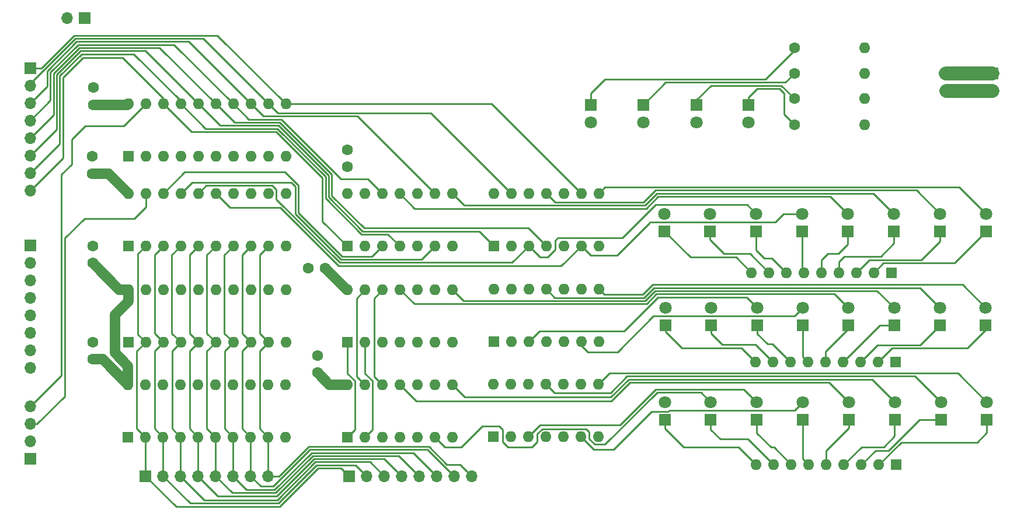
<source format=gbr>
%TF.GenerationSoftware,KiCad,Pcbnew,(5.1.9-0-10_14)*%
%TF.CreationDate,2021-04-28T01:33:21-04:00*%
%TF.ProjectId,ALU,414c552e-6b69-4636-9164-5f7063625858,rev?*%
%TF.SameCoordinates,Original*%
%TF.FileFunction,Copper,L1,Top*%
%TF.FilePolarity,Positive*%
%FSLAX46Y46*%
G04 Gerber Fmt 4.6, Leading zero omitted, Abs format (unit mm)*
G04 Created by KiCad (PCBNEW (5.1.9-0-10_14)) date 2021-04-28 01:33:21*
%MOMM*%
%LPD*%
G01*
G04 APERTURE LIST*
%TA.AperFunction,ComponentPad*%
%ADD10O,1.600000X1.600000*%
%TD*%
%TA.AperFunction,ComponentPad*%
%ADD11C,1.600000*%
%TD*%
%TA.AperFunction,ComponentPad*%
%ADD12C,1.800000*%
%TD*%
%TA.AperFunction,ComponentPad*%
%ADD13R,1.800000X1.800000*%
%TD*%
%TA.AperFunction,ComponentPad*%
%ADD14O,1.700000X1.700000*%
%TD*%
%TA.AperFunction,ComponentPad*%
%ADD15R,1.700000X1.700000*%
%TD*%
%TA.AperFunction,ComponentPad*%
%ADD16R,1.600000X1.600000*%
%TD*%
%TA.AperFunction,Conductor*%
%ADD17C,0.250000*%
%TD*%
%TA.AperFunction,Conductor*%
%ADD18C,2.000000*%
%TD*%
%TA.AperFunction,Conductor*%
%ADD19C,1.500000*%
%TD*%
G04 APERTURE END LIST*
D10*
%TO.P,R4,2*%
%TO.N,GND*%
X191922400Y-46723300D03*
D11*
%TO.P,R4,1*%
%TO.N,Net-(D28-Pad1)*%
X181762400Y-46723300D03*
%TD*%
D10*
%TO.P,R3,2*%
%TO.N,GND*%
X191884300Y-35496500D03*
D11*
%TO.P,R3,1*%
%TO.N,Net-(D27-Pad1)*%
X181724300Y-35496500D03*
%TD*%
D10*
%TO.P,R2,2*%
%TO.N,GND*%
X191884300Y-39230300D03*
D11*
%TO.P,R2,1*%
%TO.N,Net-(D26-Pad1)*%
X181724300Y-39230300D03*
%TD*%
D10*
%TO.P,R1,2*%
%TO.N,GND*%
X191884300Y-42913300D03*
D11*
%TO.P,R1,1*%
%TO.N,Net-(D25-Pad1)*%
X181724300Y-42913300D03*
%TD*%
D12*
%TO.P,D28,2*%
%TO.N,/PASS*%
X175082200Y-46342300D03*
D13*
%TO.P,D28,1*%
%TO.N,Net-(D28-Pad1)*%
X175082200Y-43802300D03*
%TD*%
D12*
%TO.P,D27,2*%
%TO.N,/AND_OUT*%
X152171400Y-46367700D03*
D13*
%TO.P,D27,1*%
%TO.N,Net-(D27-Pad1)*%
X152171400Y-43827700D03*
%TD*%
D12*
%TO.P,D26,2*%
%TO.N,/OR_OUT*%
X159804100Y-46342300D03*
D13*
%TO.P,D26,1*%
%TO.N,Net-(D26-Pad1)*%
X159804100Y-43802300D03*
%TD*%
D12*
%TO.P,D25,2*%
%TO.N,/XOR_OUT*%
X167538400Y-46329600D03*
D13*
%TO.P,D25,1*%
%TO.N,Net-(D25-Pad1)*%
X167538400Y-43789600D03*
%TD*%
D14*
%TO.P,J7,2*%
%TO.N,VCC*%
X76238100Y-31191200D03*
D15*
%TO.P,J7,1*%
%TO.N,GND*%
X78778100Y-31191200D03*
%TD*%
D14*
%TO.P,J6,8*%
%TO.N,/Y1*%
X134924800Y-97739200D03*
%TO.P,J6,7*%
%TO.N,/Y2*%
X132384800Y-97739200D03*
%TO.P,J6,6*%
%TO.N,/Y3*%
X129844800Y-97739200D03*
%TO.P,J6,5*%
%TO.N,/Y4*%
X127304800Y-97739200D03*
%TO.P,J6,4*%
%TO.N,/Y5*%
X124764800Y-97739200D03*
%TO.P,J6,3*%
%TO.N,/Y6*%
X122224800Y-97739200D03*
%TO.P,J6,2*%
%TO.N,/Y7*%
X119684800Y-97739200D03*
D15*
%TO.P,J6,1*%
%TO.N,/Y8*%
X117144800Y-97739200D03*
%TD*%
D10*
%TO.P,RN3,9*%
%TO.N,Net-(D17-Pad1)*%
X176187100Y-96075500D03*
%TO.P,RN3,8*%
%TO.N,Net-(D18-Pad1)*%
X178727100Y-96075500D03*
%TO.P,RN3,7*%
%TO.N,Net-(D19-Pad1)*%
X181267100Y-96075500D03*
%TO.P,RN3,6*%
%TO.N,Net-(D20-Pad1)*%
X183807100Y-96075500D03*
%TO.P,RN3,5*%
%TO.N,Net-(D21-Pad1)*%
X186347100Y-96075500D03*
%TO.P,RN3,4*%
%TO.N,Net-(D22-Pad1)*%
X188887100Y-96075500D03*
%TO.P,RN3,3*%
%TO.N,Net-(D23-Pad1)*%
X191427100Y-96075500D03*
%TO.P,RN3,2*%
%TO.N,Net-(D24-Pad1)*%
X193967100Y-96075500D03*
D16*
%TO.P,RN3,1*%
%TO.N,GND*%
X196507100Y-96075500D03*
%TD*%
D14*
%TO.P,J5,4*%
%TO.N,/PASS*%
X70929500Y-87591900D03*
%TO.P,J5,3*%
%TO.N,/AND_OUT*%
X70929500Y-90131900D03*
%TO.P,J5,2*%
%TO.N,/OR_OUT*%
X70929500Y-92671900D03*
D15*
%TO.P,J5,1*%
%TO.N,/XOR_OUT*%
X70929500Y-95211900D03*
%TD*%
D10*
%TO.P,U7,14*%
%TO.N,VCC*%
X138124000Y-70574100D03*
%TO.P,U7,7*%
%TO.N,GND*%
X153364000Y-78194100D03*
%TO.P,U7,13*%
%TO.N,A2*%
X140664000Y-70574100D03*
%TO.P,U7,6*%
%TO.N,Net-(D12-Pad2)*%
X150824000Y-78194100D03*
%TO.P,U7,12*%
%TO.N,B2*%
X143204000Y-70574100D03*
%TO.P,U7,5*%
%TO.N,B5*%
X148284000Y-78194100D03*
%TO.P,U7,11*%
%TO.N,Net-(D15-Pad2)*%
X145744000Y-70574100D03*
%TO.P,U7,4*%
%TO.N,A5*%
X145744000Y-78194100D03*
%TO.P,U7,10*%
%TO.N,B1*%
X148284000Y-70574100D03*
%TO.P,U7,3*%
%TO.N,Net-(D11-Pad2)*%
X143204000Y-78194100D03*
%TO.P,U7,9*%
%TO.N,A1*%
X150824000Y-70574100D03*
%TO.P,U7,2*%
%TO.N,B6*%
X140664000Y-78194100D03*
%TO.P,U7,8*%
%TO.N,Net-(D16-Pad2)*%
X153364000Y-70574100D03*
D16*
%TO.P,U7,1*%
%TO.N,A6*%
X138124000Y-78194100D03*
%TD*%
D12*
%TO.P,D24,2*%
%TO.N,Net-(D24-Pad2)*%
X209638900Y-86995000D03*
D13*
%TO.P,D24,1*%
%TO.N,Net-(D24-Pad1)*%
X209638900Y-89535000D03*
%TD*%
D12*
%TO.P,D23,2*%
%TO.N,Net-(D23-Pad2)*%
X202971400Y-86995000D03*
D13*
%TO.P,D23,1*%
%TO.N,Net-(D23-Pad1)*%
X202971400Y-89535000D03*
%TD*%
D12*
%TO.P,D22,2*%
%TO.N,Net-(D22-Pad2)*%
X196303900Y-86995000D03*
D13*
%TO.P,D22,1*%
%TO.N,Net-(D22-Pad1)*%
X196303900Y-89535000D03*
%TD*%
D12*
%TO.P,D21,2*%
%TO.N,Net-(D21-Pad2)*%
X189611000Y-86995000D03*
D13*
%TO.P,D21,1*%
%TO.N,Net-(D21-Pad1)*%
X189611000Y-89535000D03*
%TD*%
D12*
%TO.P,D20,2*%
%TO.N,Net-(D20-Pad2)*%
X182930800Y-87007700D03*
D13*
%TO.P,D20,1*%
%TO.N,Net-(D20-Pad1)*%
X182930800Y-89547700D03*
%TD*%
D12*
%TO.P,D19,2*%
%TO.N,Net-(D19-Pad2)*%
X176263300Y-86995000D03*
D13*
%TO.P,D19,1*%
%TO.N,Net-(D19-Pad1)*%
X176263300Y-89535000D03*
%TD*%
D12*
%TO.P,D18,2*%
%TO.N,Net-(D18-Pad2)*%
X169595800Y-86995000D03*
D13*
%TO.P,D18,1*%
%TO.N,Net-(D18-Pad1)*%
X169595800Y-89535000D03*
%TD*%
D12*
%TO.P,D17,2*%
%TO.N,Net-(D17-Pad2)*%
X162941000Y-87007700D03*
D13*
%TO.P,D17,1*%
%TO.N,Net-(D17-Pad1)*%
X162941000Y-89547700D03*
%TD*%
D10*
%TO.P,RN2,9*%
%TO.N,Net-(D9-Pad1)*%
X176072800Y-81191100D03*
%TO.P,RN2,8*%
%TO.N,Net-(D10-Pad1)*%
X178612800Y-81191100D03*
%TO.P,RN2,7*%
%TO.N,Net-(D11-Pad1)*%
X181152800Y-81191100D03*
%TO.P,RN2,6*%
%TO.N,Net-(D12-Pad1)*%
X183692800Y-81191100D03*
%TO.P,RN2,5*%
%TO.N,Net-(D13-Pad1)*%
X186232800Y-81191100D03*
%TO.P,RN2,4*%
%TO.N,Net-(D14-Pad1)*%
X188772800Y-81191100D03*
%TO.P,RN2,3*%
%TO.N,Net-(D15-Pad1)*%
X191312800Y-81191100D03*
%TO.P,RN2,2*%
%TO.N,Net-(D16-Pad1)*%
X193852800Y-81191100D03*
D16*
%TO.P,RN2,1*%
%TO.N,GND*%
X196392800Y-81191100D03*
%TD*%
D12*
%TO.P,D16,2*%
%TO.N,Net-(D16-Pad2)*%
X209461100Y-73304400D03*
D13*
%TO.P,D16,1*%
%TO.N,Net-(D16-Pad1)*%
X209461100Y-75844400D03*
%TD*%
D12*
%TO.P,D15,2*%
%TO.N,Net-(D15-Pad2)*%
X202831700Y-73304400D03*
D13*
%TO.P,D15,1*%
%TO.N,Net-(D15-Pad1)*%
X202831700Y-75844400D03*
%TD*%
D12*
%TO.P,D14,2*%
%TO.N,Net-(D14-Pad2)*%
X196189600Y-73304400D03*
D13*
%TO.P,D14,1*%
%TO.N,Net-(D14-Pad1)*%
X196189600Y-75844400D03*
%TD*%
D12*
%TO.P,D13,2*%
%TO.N,Net-(D13-Pad2)*%
X189560200Y-73304400D03*
D13*
%TO.P,D13,1*%
%TO.N,Net-(D13-Pad1)*%
X189560200Y-75844400D03*
%TD*%
D12*
%TO.P,D12,2*%
%TO.N,Net-(D12-Pad2)*%
X182930800Y-73291700D03*
D13*
%TO.P,D12,1*%
%TO.N,Net-(D12-Pad1)*%
X182930800Y-75831700D03*
%TD*%
D12*
%TO.P,D11,2*%
%TO.N,Net-(D11-Pad2)*%
X176301400Y-73279000D03*
D13*
%TO.P,D11,1*%
%TO.N,Net-(D11-Pad1)*%
X176301400Y-75819000D03*
%TD*%
D12*
%TO.P,D10,2*%
%TO.N,Net-(D10-Pad2)*%
X169659300Y-73279000D03*
D13*
%TO.P,D10,1*%
%TO.N,Net-(D10-Pad1)*%
X169659300Y-75819000D03*
%TD*%
D12*
%TO.P,D9,2*%
%TO.N,Net-(U4-Pad3)*%
X163029900Y-73266300D03*
D13*
%TO.P,D9,1*%
%TO.N,Net-(D9-Pad1)*%
X163029900Y-75806300D03*
%TD*%
D10*
%TO.P,RN1,9*%
%TO.N,Net-(D1-Pad1)*%
X175475900Y-68186300D03*
%TO.P,RN1,8*%
%TO.N,Net-(D2-Pad1)*%
X178015900Y-68186300D03*
%TO.P,RN1,7*%
%TO.N,Net-(D3-Pad1)*%
X180555900Y-68186300D03*
%TO.P,RN1,6*%
%TO.N,Net-(D4-Pad1)*%
X183095900Y-68186300D03*
%TO.P,RN1,5*%
%TO.N,Net-(D5-Pad1)*%
X185635900Y-68186300D03*
%TO.P,RN1,4*%
%TO.N,Net-(D6-Pad1)*%
X188175900Y-68186300D03*
%TO.P,RN1,3*%
%TO.N,Net-(D7-Pad1)*%
X190715900Y-68186300D03*
%TO.P,RN1,2*%
%TO.N,Net-(D8-Pad1)*%
X193255900Y-68186300D03*
D16*
%TO.P,RN1,1*%
%TO.N,GND*%
X195795900Y-68186300D03*
%TD*%
D12*
%TO.P,D8,2*%
%TO.N,Net-(D8-Pad2)*%
X209524600Y-59639200D03*
D13*
%TO.P,D8,1*%
%TO.N,Net-(D8-Pad1)*%
X209524600Y-62179200D03*
%TD*%
D12*
%TO.P,D7,2*%
%TO.N,Net-(D7-Pad2)*%
X202844400Y-59639200D03*
D13*
%TO.P,D7,1*%
%TO.N,Net-(D7-Pad1)*%
X202844400Y-62179200D03*
%TD*%
D12*
%TO.P,D6,2*%
%TO.N,Net-(D6-Pad2)*%
X196164200Y-59639200D03*
D13*
%TO.P,D6,1*%
%TO.N,Net-(D6-Pad1)*%
X196164200Y-62179200D03*
%TD*%
D12*
%TO.P,D5,2*%
%TO.N,Net-(D5-Pad2)*%
X189471300Y-59639200D03*
D13*
%TO.P,D5,1*%
%TO.N,Net-(D5-Pad1)*%
X189471300Y-62179200D03*
%TD*%
D12*
%TO.P,D4,2*%
%TO.N,Net-(D4-Pad2)*%
X182816500Y-59639200D03*
D13*
%TO.P,D4,1*%
%TO.N,Net-(D4-Pad1)*%
X182816500Y-62179200D03*
%TD*%
D12*
%TO.P,D3,2*%
%TO.N,Net-(D3-Pad2)*%
X176149000Y-59639200D03*
D13*
%TO.P,D3,1*%
%TO.N,Net-(D3-Pad1)*%
X176149000Y-62179200D03*
%TD*%
D12*
%TO.P,D2,2*%
%TO.N,Net-(D2-Pad2)*%
X169494200Y-59639200D03*
D13*
%TO.P,D2,1*%
%TO.N,Net-(D2-Pad1)*%
X169494200Y-62179200D03*
%TD*%
D12*
%TO.P,D1,2*%
%TO.N,Net-(D1-Pad2)*%
X162852100Y-59626500D03*
D13*
%TO.P,D1,1*%
%TO.N,Net-(D1-Pad1)*%
X162852100Y-62166500D03*
%TD*%
D14*
%TO.P,J4,8*%
%TO.N,/Y1*%
X105397300Y-97751900D03*
%TO.P,J4,7*%
%TO.N,/Y2*%
X102857300Y-97751900D03*
%TO.P,J4,6*%
%TO.N,/Y3*%
X100317300Y-97751900D03*
%TO.P,J4,5*%
%TO.N,/Y4*%
X97777300Y-97751900D03*
%TO.P,J4,4*%
%TO.N,/Y5*%
X95237300Y-97751900D03*
%TO.P,J4,3*%
%TO.N,/Y6*%
X92697300Y-97751900D03*
%TO.P,J4,2*%
%TO.N,/Y7*%
X90157300Y-97751900D03*
D15*
%TO.P,J4,1*%
%TO.N,/Y8*%
X87617300Y-97751900D03*
%TD*%
D11*
%TO.P,C8,2*%
%TO.N,GND*%
X112560100Y-80227800D03*
%TO.P,C8,1*%
%TO.N,VCC*%
X112560100Y-82727800D03*
%TD*%
%TO.P,C7,2*%
%TO.N,GND*%
X80022700Y-41289600D03*
%TO.P,C7,1*%
%TO.N,VCC*%
X80022700Y-43789600D03*
%TD*%
%TO.P,C6,2*%
%TO.N,GND*%
X111215800Y-67551300D03*
%TO.P,C6,1*%
%TO.N,VCC*%
X113715800Y-67551300D03*
%TD*%
%TO.P,C5,2*%
%TO.N,GND*%
X116865400Y-50332000D03*
%TO.P,C5,1*%
%TO.N,VCC*%
X116865400Y-52832000D03*
%TD*%
%TO.P,C4,2*%
%TO.N,GND*%
X79883000Y-51284500D03*
%TO.P,C4,1*%
%TO.N,VCC*%
X79883000Y-53784500D03*
%TD*%
D10*
%TO.P,U10,20*%
%TO.N,VCC*%
X85128100Y-43675300D03*
%TO.P,U10,10*%
%TO.N,GND*%
X107988100Y-51295300D03*
%TO.P,U10,19*%
%TO.N,/PASS*%
X87668100Y-43675300D03*
%TO.P,U10,9*%
%TO.N,/Y1*%
X105448100Y-51295300D03*
%TO.P,U10,18*%
%TO.N,A8*%
X90208100Y-43675300D03*
%TO.P,U10,8*%
%TO.N,/Y2*%
X102908100Y-51295300D03*
%TO.P,U10,17*%
%TO.N,A7*%
X92748100Y-43675300D03*
%TO.P,U10,7*%
%TO.N,/Y3*%
X100368100Y-51295300D03*
%TO.P,U10,16*%
%TO.N,A6*%
X95288100Y-43675300D03*
%TO.P,U10,6*%
%TO.N,/Y4*%
X97828100Y-51295300D03*
%TO.P,U10,15*%
%TO.N,A5*%
X97828100Y-43675300D03*
%TO.P,U10,5*%
%TO.N,/Y5*%
X95288100Y-51295300D03*
%TO.P,U10,14*%
%TO.N,A4*%
X100368100Y-43675300D03*
%TO.P,U10,4*%
%TO.N,/Y6*%
X92748100Y-51295300D03*
%TO.P,U10,13*%
%TO.N,A3*%
X102908100Y-43675300D03*
%TO.P,U10,3*%
%TO.N,/Y7*%
X90208100Y-51295300D03*
%TO.P,U10,12*%
%TO.N,A2*%
X105448100Y-43675300D03*
%TO.P,U10,2*%
%TO.N,/Y8*%
X87668100Y-51295300D03*
%TO.P,U10,11*%
%TO.N,A1*%
X107988100Y-43675300D03*
D16*
%TO.P,U10,1*%
%TO.N,GND*%
X85128100Y-51295300D03*
%TD*%
D10*
%TO.P,U9,14*%
%TO.N,VCC*%
X138085900Y-84374800D03*
%TO.P,U9,7*%
%TO.N,GND*%
X153325900Y-91994800D03*
%TO.P,U9,13*%
%TO.N,A2*%
X140625900Y-84374800D03*
%TO.P,U9,6*%
%TO.N,Net-(D20-Pad2)*%
X150785900Y-91994800D03*
%TO.P,U9,12*%
%TO.N,B2*%
X143165900Y-84374800D03*
%TO.P,U9,5*%
%TO.N,B5*%
X148245900Y-91994800D03*
%TO.P,U9,11*%
%TO.N,Net-(D23-Pad2)*%
X145705900Y-84374800D03*
%TO.P,U9,4*%
%TO.N,A5*%
X145705900Y-91994800D03*
%TO.P,U9,10*%
%TO.N,B1*%
X148245900Y-84374800D03*
%TO.P,U9,3*%
%TO.N,Net-(D19-Pad2)*%
X143165900Y-91994800D03*
%TO.P,U9,9*%
%TO.N,A1*%
X150785900Y-84374800D03*
%TO.P,U9,2*%
%TO.N,B6*%
X140625900Y-91994800D03*
%TO.P,U9,8*%
%TO.N,Net-(D24-Pad2)*%
X153325900Y-84374800D03*
D16*
%TO.P,U9,1*%
%TO.N,A6*%
X138085900Y-91994800D03*
%TD*%
D10*
%TO.P,U8,20*%
%TO.N,VCC*%
X85090000Y-84442300D03*
%TO.P,U8,10*%
%TO.N,GND*%
X107950000Y-92062300D03*
%TO.P,U8,19*%
%TO.N,/XOR_OUT*%
X87630000Y-84442300D03*
%TO.P,U8,9*%
%TO.N,/Y1*%
X105410000Y-92062300D03*
%TO.P,U8,18*%
%TO.N,Net-(D17-Pad2)*%
X90170000Y-84442300D03*
%TO.P,U8,8*%
%TO.N,/Y2*%
X102870000Y-92062300D03*
%TO.P,U8,17*%
%TO.N,Net-(D18-Pad2)*%
X92710000Y-84442300D03*
%TO.P,U8,7*%
%TO.N,/Y3*%
X100330000Y-92062300D03*
%TO.P,U8,16*%
%TO.N,Net-(D19-Pad2)*%
X95250000Y-84442300D03*
%TO.P,U8,6*%
%TO.N,/Y4*%
X97790000Y-92062300D03*
%TO.P,U8,15*%
%TO.N,Net-(D20-Pad2)*%
X97790000Y-84442300D03*
%TO.P,U8,5*%
%TO.N,/Y5*%
X95250000Y-92062300D03*
%TO.P,U8,14*%
%TO.N,Net-(D21-Pad2)*%
X100330000Y-84442300D03*
%TO.P,U8,4*%
%TO.N,/Y6*%
X92710000Y-92062300D03*
%TO.P,U8,13*%
%TO.N,Net-(D22-Pad2)*%
X102870000Y-84442300D03*
%TO.P,U8,3*%
%TO.N,/Y7*%
X90170000Y-92062300D03*
%TO.P,U8,12*%
%TO.N,Net-(D23-Pad2)*%
X105410000Y-84442300D03*
%TO.P,U8,2*%
%TO.N,/Y8*%
X87630000Y-92062300D03*
%TO.P,U8,11*%
%TO.N,Net-(D24-Pad2)*%
X107950000Y-84442300D03*
D16*
%TO.P,U8,1*%
%TO.N,GND*%
X85090000Y-92062300D03*
%TD*%
D10*
%TO.P,U6,20*%
%TO.N,VCC*%
X85102700Y-70662800D03*
%TO.P,U6,10*%
%TO.N,GND*%
X107962700Y-78282800D03*
%TO.P,U6,19*%
%TO.N,/OR_OUT*%
X87642700Y-70662800D03*
%TO.P,U6,9*%
%TO.N,/Y1*%
X105422700Y-78282800D03*
%TO.P,U6,18*%
%TO.N,Net-(U4-Pad3)*%
X90182700Y-70662800D03*
%TO.P,U6,8*%
%TO.N,/Y2*%
X102882700Y-78282800D03*
%TO.P,U6,17*%
%TO.N,Net-(D10-Pad2)*%
X92722700Y-70662800D03*
%TO.P,U6,7*%
%TO.N,/Y3*%
X100342700Y-78282800D03*
%TO.P,U6,16*%
%TO.N,Net-(D11-Pad2)*%
X95262700Y-70662800D03*
%TO.P,U6,6*%
%TO.N,/Y4*%
X97802700Y-78282800D03*
%TO.P,U6,15*%
%TO.N,Net-(D12-Pad2)*%
X97802700Y-70662800D03*
%TO.P,U6,5*%
%TO.N,/Y5*%
X95262700Y-78282800D03*
%TO.P,U6,14*%
%TO.N,Net-(D13-Pad2)*%
X100342700Y-70662800D03*
%TO.P,U6,4*%
%TO.N,/Y6*%
X92722700Y-78282800D03*
%TO.P,U6,13*%
%TO.N,Net-(D14-Pad2)*%
X102882700Y-70662800D03*
%TO.P,U6,3*%
%TO.N,/Y7*%
X90182700Y-78282800D03*
%TO.P,U6,12*%
%TO.N,Net-(D15-Pad2)*%
X105422700Y-70662800D03*
%TO.P,U6,2*%
%TO.N,/Y8*%
X87642700Y-78282800D03*
%TO.P,U6,11*%
%TO.N,Net-(D16-Pad2)*%
X107962700Y-70662800D03*
D16*
%TO.P,U6,1*%
%TO.N,GND*%
X85102700Y-78282800D03*
%TD*%
D10*
%TO.P,U5,14*%
%TO.N,VCC*%
X116895200Y-84451000D03*
%TO.P,U5,7*%
%TO.N,GND*%
X132135200Y-92071000D03*
%TO.P,U5,13*%
%TO.N,B4*%
X119435200Y-84451000D03*
%TO.P,U5,6*%
%TO.N,Net-(D18-Pad2)*%
X129595200Y-92071000D03*
%TO.P,U5,12*%
%TO.N,A4*%
X121975200Y-84451000D03*
%TO.P,U5,5*%
%TO.N,B7*%
X127055200Y-92071000D03*
%TO.P,U5,11*%
%TO.N,Net-(D21-Pad2)*%
X124515200Y-84451000D03*
%TO.P,U5,4*%
%TO.N,A7*%
X124515200Y-92071000D03*
%TO.P,U5,10*%
%TO.N,B3*%
X127055200Y-84451000D03*
%TO.P,U5,3*%
%TO.N,Net-(D17-Pad2)*%
X121975200Y-92071000D03*
%TO.P,U5,9*%
%TO.N,A3*%
X129595200Y-84451000D03*
%TO.P,U5,2*%
%TO.N,B8*%
X119435200Y-92071000D03*
%TO.P,U5,8*%
%TO.N,Net-(D22-Pad2)*%
X132135200Y-84451000D03*
D16*
%TO.P,U5,1*%
%TO.N,A8*%
X116895200Y-92071000D03*
%TD*%
D10*
%TO.P,U4,14*%
%TO.N,VCC*%
X116933300Y-70650300D03*
%TO.P,U4,7*%
%TO.N,GND*%
X132173300Y-78270300D03*
%TO.P,U4,13*%
%TO.N,B4*%
X119473300Y-70650300D03*
%TO.P,U4,6*%
%TO.N,Net-(D10-Pad2)*%
X129633300Y-78270300D03*
%TO.P,U4,12*%
%TO.N,A4*%
X122013300Y-70650300D03*
%TO.P,U4,5*%
%TO.N,B7*%
X127093300Y-78270300D03*
%TO.P,U4,11*%
%TO.N,Net-(D13-Pad2)*%
X124553300Y-70650300D03*
%TO.P,U4,4*%
%TO.N,A7*%
X124553300Y-78270300D03*
%TO.P,U4,10*%
%TO.N,B3*%
X127093300Y-70650300D03*
%TO.P,U4,3*%
%TO.N,Net-(U4-Pad3)*%
X122013300Y-78270300D03*
%TO.P,U4,9*%
%TO.N,A3*%
X129633300Y-70650300D03*
%TO.P,U4,2*%
%TO.N,B8*%
X119473300Y-78270300D03*
%TO.P,U4,8*%
%TO.N,Net-(D14-Pad2)*%
X132173300Y-70650300D03*
D16*
%TO.P,U4,1*%
%TO.N,A8*%
X116933300Y-78270300D03*
%TD*%
D11*
%TO.P,C3,2*%
%TO.N,GND*%
X79946500Y-78272000D03*
%TO.P,C3,1*%
%TO.N,VCC*%
X79946500Y-80772000D03*
%TD*%
%TO.P,C2,2*%
%TO.N,GND*%
X79946500Y-64289300D03*
%TO.P,C2,1*%
%TO.N,VCC*%
X79946500Y-66789300D03*
%TD*%
D10*
%TO.P,U3,14*%
%TO.N,VCC*%
X138112500Y-56654700D03*
%TO.P,U3,7*%
%TO.N,GND*%
X153352500Y-64274700D03*
%TO.P,U3,13*%
%TO.N,A2*%
X140652500Y-56654700D03*
%TO.P,U3,6*%
%TO.N,Net-(D4-Pad2)*%
X150812500Y-64274700D03*
%TO.P,U3,12*%
%TO.N,B2*%
X143192500Y-56654700D03*
%TO.P,U3,5*%
%TO.N,B5*%
X148272500Y-64274700D03*
%TO.P,U3,11*%
%TO.N,Net-(D7-Pad2)*%
X145732500Y-56654700D03*
%TO.P,U3,4*%
%TO.N,A5*%
X145732500Y-64274700D03*
%TO.P,U3,10*%
%TO.N,B1*%
X148272500Y-56654700D03*
%TO.P,U3,3*%
%TO.N,Net-(D3-Pad2)*%
X143192500Y-64274700D03*
%TO.P,U3,9*%
%TO.N,A1*%
X150812500Y-56654700D03*
%TO.P,U3,2*%
%TO.N,B6*%
X140652500Y-64274700D03*
%TO.P,U3,8*%
%TO.N,Net-(D8-Pad2)*%
X153352500Y-56654700D03*
D16*
%TO.P,U3,1*%
%TO.N,A6*%
X138112500Y-64274700D03*
%TD*%
D10*
%TO.P,U2,20*%
%TO.N,VCC*%
X85140800Y-56667400D03*
%TO.P,U2,10*%
%TO.N,GND*%
X108000800Y-64287400D03*
%TO.P,U2,19*%
%TO.N,/AND_OUT*%
X87680800Y-56667400D03*
%TO.P,U2,9*%
%TO.N,/Y1*%
X105460800Y-64287400D03*
%TO.P,U2,18*%
%TO.N,Net-(D1-Pad2)*%
X90220800Y-56667400D03*
%TO.P,U2,8*%
%TO.N,/Y2*%
X102920800Y-64287400D03*
%TO.P,U2,17*%
%TO.N,Net-(D2-Pad2)*%
X92760800Y-56667400D03*
%TO.P,U2,7*%
%TO.N,/Y3*%
X100380800Y-64287400D03*
%TO.P,U2,16*%
%TO.N,Net-(D3-Pad2)*%
X95300800Y-56667400D03*
%TO.P,U2,6*%
%TO.N,/Y4*%
X97840800Y-64287400D03*
%TO.P,U2,15*%
%TO.N,Net-(D4-Pad2)*%
X97840800Y-56667400D03*
%TO.P,U2,5*%
%TO.N,/Y5*%
X95300800Y-64287400D03*
%TO.P,U2,14*%
%TO.N,Net-(D5-Pad2)*%
X100380800Y-56667400D03*
%TO.P,U2,4*%
%TO.N,/Y6*%
X92760800Y-64287400D03*
%TO.P,U2,13*%
%TO.N,Net-(D6-Pad2)*%
X102920800Y-56667400D03*
%TO.P,U2,3*%
%TO.N,/Y7*%
X90220800Y-64287400D03*
%TO.P,U2,12*%
%TO.N,Net-(D7-Pad2)*%
X105460800Y-56667400D03*
%TO.P,U2,2*%
%TO.N,/Y8*%
X87680800Y-64287400D03*
%TO.P,U2,11*%
%TO.N,Net-(D8-Pad2)*%
X108000800Y-56667400D03*
D16*
%TO.P,U2,1*%
%TO.N,GND*%
X85140800Y-64287400D03*
%TD*%
D10*
%TO.P,U1,14*%
%TO.N,VCC*%
X116865400Y-56718200D03*
%TO.P,U1,7*%
%TO.N,GND*%
X132105400Y-64338200D03*
%TO.P,U1,13*%
%TO.N,B4*%
X119405400Y-56718200D03*
%TO.P,U1,6*%
%TO.N,Net-(D2-Pad2)*%
X129565400Y-64338200D03*
%TO.P,U1,12*%
%TO.N,A4*%
X121945400Y-56718200D03*
%TO.P,U1,5*%
%TO.N,B7*%
X127025400Y-64338200D03*
%TO.P,U1,11*%
%TO.N,Net-(D5-Pad2)*%
X124485400Y-56718200D03*
%TO.P,U1,4*%
%TO.N,A7*%
X124485400Y-64338200D03*
%TO.P,U1,10*%
%TO.N,B3*%
X127025400Y-56718200D03*
%TO.P,U1,3*%
%TO.N,Net-(D1-Pad2)*%
X121945400Y-64338200D03*
%TO.P,U1,9*%
%TO.N,A3*%
X129565400Y-56718200D03*
%TO.P,U1,2*%
%TO.N,B8*%
X119405400Y-64338200D03*
%TO.P,U1,8*%
%TO.N,Net-(D6-Pad2)*%
X132105400Y-56718200D03*
D16*
%TO.P,U1,1*%
%TO.N,A8*%
X116865400Y-64338200D03*
%TD*%
D14*
%TO.P,J3,8*%
%TO.N,B8*%
X70916800Y-82003900D03*
%TO.P,J3,7*%
%TO.N,B7*%
X70916800Y-79463900D03*
%TO.P,J3,6*%
%TO.N,B6*%
X70916800Y-76923900D03*
%TO.P,J3,5*%
%TO.N,B5*%
X70916800Y-74383900D03*
%TO.P,J3,4*%
%TO.N,B4*%
X70916800Y-71843900D03*
%TO.P,J3,3*%
%TO.N,B3*%
X70916800Y-69303900D03*
%TO.P,J3,2*%
%TO.N,B2*%
X70916800Y-66763900D03*
D15*
%TO.P,J3,1*%
%TO.N,B1*%
X70916800Y-64223900D03*
%TD*%
D14*
%TO.P,J2,8*%
%TO.N,A8*%
X70904100Y-56273700D03*
%TO.P,J2,7*%
%TO.N,A7*%
X70904100Y-53733700D03*
%TO.P,J2,6*%
%TO.N,A6*%
X70904100Y-51193700D03*
%TO.P,J2,5*%
%TO.N,A5*%
X70904100Y-48653700D03*
%TO.P,J2,4*%
%TO.N,A4*%
X70904100Y-46113700D03*
%TO.P,J2,3*%
%TO.N,A3*%
X70904100Y-43573700D03*
%TO.P,J2,2*%
%TO.N,A2*%
X70904100Y-41033700D03*
D15*
%TO.P,J2,1*%
%TO.N,A1*%
X70904100Y-38493700D03*
%TD*%
D14*
%TO.P,J1,2*%
%TO.N,VCC*%
X210464400Y-41795700D03*
D15*
%TO.P,J1,1*%
%TO.N,GND*%
X210464400Y-39255700D03*
%TD*%
D11*
%TO.P,C1,2*%
%TO.N,GND*%
X203695300Y-39257600D03*
%TO.P,C1,1*%
%TO.N,VCC*%
X203695300Y-41757600D03*
%TD*%
D17*
%TO.N,GND*%
X210462500Y-39257600D02*
X210464400Y-39255700D01*
D18*
X203695300Y-39257600D02*
X210462500Y-39257600D01*
D17*
%TO.N,VCC*%
X203733400Y-41795700D02*
X203695300Y-41757600D01*
D18*
X210464400Y-41795700D02*
X203733400Y-41795700D01*
D17*
X85013800Y-43789600D02*
X85128100Y-43675300D01*
D19*
X80022700Y-43789600D02*
X85013800Y-43789600D01*
X82257900Y-53784500D02*
X85140800Y-56667400D01*
X79883000Y-53784500D02*
X82257900Y-53784500D01*
X83820000Y-70662800D02*
X79946500Y-66789300D01*
X85102700Y-70662800D02*
X83820000Y-70662800D01*
X81419700Y-80772000D02*
X85090000Y-84442300D01*
X79946500Y-80772000D02*
X81419700Y-80772000D01*
D17*
X116814800Y-70650300D02*
X116933300Y-70650300D01*
D19*
X113715800Y-67551300D02*
X116814800Y-70650300D01*
X114283300Y-84451000D02*
X112560100Y-82727800D01*
X116895200Y-84451000D02*
X114283300Y-84451000D01*
X85102700Y-70662800D02*
X85102700Y-72351900D01*
X85102700Y-72351900D02*
X83159600Y-74295000D01*
X83159600Y-74295000D02*
X83159600Y-79806800D01*
X85090000Y-81737200D02*
X85090000Y-84442300D01*
X83159600Y-79806800D02*
X85090000Y-81737200D01*
D17*
%TO.N,A8*%
X75628500Y-51549300D02*
X75628500Y-39865300D01*
X84264500Y-36944300D02*
X90208100Y-42887900D01*
X78549500Y-36944300D02*
X84264500Y-36944300D01*
X90208100Y-42887900D02*
X90208100Y-43675300D01*
X75628500Y-39865300D02*
X78549500Y-36944300D01*
X70904100Y-56273700D02*
X75628500Y-51549300D01*
X106547360Y-47713900D02*
X113258600Y-54425140D01*
X94246700Y-47713900D02*
X106547360Y-47713900D01*
X90208100Y-43675300D02*
X94246700Y-47713900D01*
X113258600Y-60731400D02*
X116865400Y-64338200D01*
X113258600Y-54425140D02*
X113258600Y-60731400D01*
X118020201Y-90945999D02*
X118020201Y-83910999D01*
X118020201Y-83910999D02*
X116933300Y-82824098D01*
X116895200Y-92071000D02*
X118020201Y-90945999D01*
X116933300Y-82824098D02*
X116933300Y-78270300D01*
%TO.N,A7*%
X78388023Y-36418566D02*
X85923166Y-36418566D01*
X92748100Y-43243500D02*
X92748100Y-43675300D01*
X75178489Y-39628100D02*
X78388023Y-36418566D01*
X85923166Y-36418566D02*
X92748100Y-43243500D01*
X75178489Y-49459311D02*
X75178489Y-39628100D01*
X70904100Y-53733700D02*
X75178489Y-49459311D01*
X106733759Y-47263889D02*
X113742878Y-54273008D01*
X113742878Y-57408500D02*
X118943700Y-62609322D01*
X92748100Y-43675300D02*
X96336689Y-47263889D01*
X96336689Y-47263889D02*
X106733759Y-47263889D01*
X118943700Y-62609322D02*
X122756522Y-62609322D01*
X113742878Y-54273008D02*
X113742878Y-57408500D01*
X122756522Y-62609322D02*
X124485400Y-64338200D01*
%TO.N,A6*%
X70904100Y-51193700D02*
X74728478Y-47369322D01*
X87581355Y-35968555D02*
X95288100Y-43675300D01*
X74728478Y-47369322D02*
X74728478Y-39438873D01*
X74728478Y-39438873D02*
X78198796Y-35968555D01*
X78198796Y-35968555D02*
X87581355Y-35968555D01*
X135997111Y-62159311D02*
X138112500Y-64274700D01*
X98426678Y-46813878D02*
X106920158Y-46813878D01*
X119130100Y-62159311D02*
X135997111Y-62159311D01*
X95288100Y-43675300D02*
X98426678Y-46813878D01*
X106920158Y-46813878D02*
X114192889Y-54086609D01*
X114192889Y-54086609D02*
X114192889Y-57222100D01*
X114192889Y-57222100D02*
X119130100Y-62159311D01*
%TO.N,A5*%
X89671344Y-35518544D02*
X97828100Y-43675300D01*
X74278467Y-39252473D02*
X78012396Y-35518544D01*
X74278467Y-45279333D02*
X74278467Y-39252473D01*
X70904100Y-48653700D02*
X74278467Y-45279333D01*
X78012396Y-35518544D02*
X89671344Y-35518544D01*
X114642900Y-53900210D02*
X114642900Y-57035700D01*
X100516667Y-46363867D02*
X107106557Y-46363867D01*
X114642900Y-57035700D02*
X119316500Y-61709300D01*
X107106557Y-46363867D02*
X114642900Y-53900210D01*
X119316500Y-61709300D02*
X143167100Y-61709300D01*
X143167100Y-61709300D02*
X145732500Y-64274700D01*
X97828100Y-43675300D02*
X100516667Y-46363867D01*
%TO.N,A4*%
X73828456Y-43189344D02*
X73828456Y-39066073D01*
X70904100Y-46113700D02*
X73828456Y-43189344D01*
X77825996Y-35068533D02*
X91761333Y-35068533D01*
X73828456Y-39066073D02*
X77825996Y-35068533D01*
X91761333Y-35068533D02*
X100368100Y-43675300D01*
X119830850Y-54603650D02*
X121945400Y-56718200D01*
X107292956Y-45913856D02*
X115982750Y-54603650D01*
X100368100Y-43675300D02*
X102606656Y-45913856D01*
X115982750Y-54603650D02*
X119830850Y-54603650D01*
X102606656Y-45913856D02*
X107292956Y-45913856D01*
X120764300Y-83240100D02*
X121975200Y-84451000D01*
X120764300Y-71899300D02*
X120764300Y-83240100D01*
X122013300Y-70650300D02*
X120764300Y-71899300D01*
%TO.N,A3*%
X102908100Y-43675300D02*
X104696645Y-45463845D01*
X104696645Y-45463845D02*
X118311045Y-45463845D01*
X118311045Y-45463845D02*
X129565400Y-56718200D01*
X93851322Y-34618522D02*
X102908100Y-43675300D01*
X73378445Y-41099355D02*
X73378445Y-38879673D01*
X73378445Y-38879673D02*
X77639596Y-34618522D01*
X70904100Y-43573700D02*
X73378445Y-41099355D01*
X77639596Y-34618522D02*
X93851322Y-34618522D01*
%TO.N,A2*%
X106786634Y-45013834D02*
X129011634Y-45013834D01*
X105448100Y-43675300D02*
X106786634Y-45013834D01*
X129011634Y-45013834D02*
X140652500Y-56654700D01*
X77453199Y-34168511D02*
X95941311Y-34168511D01*
X70904100Y-41033700D02*
X70904100Y-40717610D01*
X70904100Y-40717610D02*
X77453199Y-34168511D01*
X95941311Y-34168511D02*
X105448100Y-43675300D01*
%TO.N,A1*%
X137833100Y-43675300D02*
X150812500Y-56654700D01*
X107988100Y-43675300D02*
X137833100Y-43675300D01*
X70904100Y-38493700D02*
X72491600Y-38493700D01*
X98031300Y-33718500D02*
X107988100Y-43675300D01*
X77266800Y-33718500D02*
X98031300Y-33718500D01*
X72491600Y-38493700D02*
X77266800Y-33718500D01*
%TO.N,B8*%
X120560201Y-90945999D02*
X119435200Y-92071000D01*
X120560201Y-83910999D02*
X120560201Y-90945999D01*
X119473300Y-82824098D02*
X120560201Y-83910999D01*
X119473300Y-78270300D02*
X119473300Y-82824098D01*
%TO.N,B4*%
X118224300Y-83240100D02*
X119435200Y-84451000D01*
X118224300Y-71899300D02*
X118224300Y-83240100D01*
X119473300Y-70650300D02*
X118224300Y-71899300D01*
%TO.N,/AND_OUT*%
X71882000Y-90131900D02*
X70929500Y-90131900D01*
X75895200Y-63169800D02*
X75895200Y-86118700D01*
X86017100Y-60299600D02*
X78765400Y-60299600D01*
X87680800Y-58635900D02*
X86017100Y-60299600D01*
X78765400Y-60299600D02*
X75895200Y-63169800D01*
X75895200Y-86118700D02*
X71882000Y-90131900D01*
X87680800Y-56667400D02*
X87680800Y-58635900D01*
%TO.N,Net-(D2-Pad2)*%
X115976065Y-66270278D02*
X127633322Y-66270278D01*
X109341489Y-55706676D02*
X109341489Y-59635702D01*
X94335812Y-55092388D02*
X108727201Y-55092388D01*
X108727201Y-55092388D02*
X109341489Y-55706676D01*
X109341489Y-59635702D02*
X115976065Y-66270278D01*
X127633322Y-66270278D02*
X129565400Y-64338200D01*
X92760800Y-56667400D02*
X94335812Y-55092388D01*
%TO.N,Net-(D1-Pad2)*%
X116162465Y-65820267D02*
X120463333Y-65820267D01*
X120463333Y-65820267D02*
X121945400Y-64338200D01*
X107865224Y-53594000D02*
X109791500Y-55520276D01*
X109791500Y-59449302D02*
X116162465Y-65820267D01*
X90220800Y-56667400D02*
X93294200Y-53594000D01*
X93294200Y-53594000D02*
X107865224Y-53594000D01*
X109791500Y-55520276D02*
X109791500Y-59449302D01*
%TO.N,/Y1*%
X105422700Y-97726500D02*
X105397300Y-97751900D01*
X133210300Y-96024700D02*
X134924800Y-97739200D01*
X111315500Y-93433900D02*
X128715911Y-93433900D01*
X131306711Y-96024700D02*
X133210300Y-96024700D01*
X128715911Y-93433900D02*
X131306711Y-96024700D01*
X105397300Y-97751900D02*
X106997500Y-97751900D01*
X106997500Y-97751900D02*
X111315500Y-93433900D01*
X105410000Y-97739200D02*
X105397300Y-97751900D01*
X105410000Y-92062300D02*
X105410000Y-97739200D01*
X104152700Y-65595500D02*
X104152700Y-77012800D01*
X104152700Y-77012800D02*
X105422700Y-78282800D01*
X105460800Y-64287400D02*
X104152700Y-65595500D01*
X104152700Y-90805000D02*
X105410000Y-92062300D01*
X104152700Y-79552800D02*
X104152700Y-90805000D01*
X105422700Y-78282800D02*
X104152700Y-79552800D01*
%TO.N,/Y2*%
X102844600Y-92087700D02*
X102870000Y-92062300D01*
X102844600Y-96735900D02*
X102844600Y-92087700D01*
X128529511Y-93883911D02*
X132384800Y-97739200D01*
X102857300Y-97751900D02*
X104337689Y-99232289D01*
X106153521Y-99232289D02*
X111501899Y-93883911D01*
X104337689Y-99232289D02*
X106153521Y-99232289D01*
X111501899Y-93883911D02*
X128529511Y-93883911D01*
X102857300Y-96748600D02*
X102844600Y-96735900D01*
X102857300Y-97751900D02*
X102857300Y-96748600D01*
X101612700Y-77012800D02*
X102882700Y-78282800D01*
X101612700Y-65595500D02*
X101612700Y-77012800D01*
X102920800Y-64287400D02*
X101612700Y-65595500D01*
X101625400Y-90817700D02*
X102870000Y-92062300D01*
X101625400Y-79540100D02*
X101625400Y-90817700D01*
X102882700Y-78282800D02*
X101625400Y-79540100D01*
%TO.N,/Y3*%
X100342700Y-97726500D02*
X100317300Y-97751900D01*
X100317300Y-97751900D02*
X102247700Y-99682300D01*
X111688299Y-94333922D02*
X126439522Y-94333922D01*
X106339921Y-99682300D02*
X111688299Y-94333922D01*
X102247700Y-99682300D02*
X106339921Y-99682300D01*
X126439522Y-94333922D02*
X129844800Y-97739200D01*
X100330000Y-97739200D02*
X100317300Y-97751900D01*
X100330000Y-92062300D02*
X100330000Y-97739200D01*
X99047300Y-76987400D02*
X100342700Y-78282800D01*
X99047300Y-65620900D02*
X99047300Y-76987400D01*
X100380800Y-64287400D02*
X99047300Y-65620900D01*
X99072700Y-90805000D02*
X100330000Y-92062300D01*
X99072700Y-79552800D02*
X99072700Y-90805000D01*
X100342700Y-78282800D02*
X99072700Y-79552800D01*
%TO.N,/Y4*%
X111874699Y-94783933D02*
X124349533Y-94783933D01*
X97777300Y-97751900D02*
X100190300Y-100164900D01*
X106493732Y-100164900D02*
X111874699Y-94783933D01*
X100190300Y-100164900D02*
X106493732Y-100164900D01*
X124349533Y-94783933D02*
X127304800Y-97739200D01*
X97764600Y-97739200D02*
X97777300Y-97751900D01*
X97764600Y-92087700D02*
X97764600Y-97739200D01*
X97790000Y-92062300D02*
X97764600Y-92087700D01*
X96507300Y-76987400D02*
X97802700Y-78282800D01*
X96507300Y-65620900D02*
X96507300Y-76987400D01*
X97840800Y-64287400D02*
X96507300Y-65620900D01*
X96520000Y-90792300D02*
X97790000Y-92062300D01*
X96520000Y-79565500D02*
X96520000Y-90792300D01*
X97802700Y-78282800D02*
X96520000Y-79565500D01*
%TO.N,/Y5*%
X95262700Y-97726500D02*
X95237300Y-97751900D01*
X95237300Y-97751900D02*
X98132900Y-100647500D01*
X112061099Y-95233944D02*
X122259544Y-95233944D01*
X106647543Y-100647500D02*
X112061099Y-95233944D01*
X98132900Y-100647500D02*
X106647543Y-100647500D01*
X122259544Y-95233944D02*
X124764800Y-97739200D01*
X95250000Y-97739200D02*
X95237300Y-97751900D01*
X95250000Y-92062300D02*
X95250000Y-97739200D01*
X93992700Y-65595500D02*
X93992700Y-77012800D01*
X93992700Y-77012800D02*
X95262700Y-78282800D01*
X95300800Y-64287400D02*
X93992700Y-65595500D01*
X94018100Y-90830400D02*
X95250000Y-92062300D01*
X94018100Y-79527400D02*
X94018100Y-90830400D01*
X95262700Y-78282800D02*
X94018100Y-79527400D01*
%TO.N,/Y6*%
X92722700Y-97726500D02*
X92697300Y-97751900D01*
X112247499Y-95683955D02*
X120169555Y-95683955D01*
X96151700Y-101206300D02*
X106725154Y-101206300D01*
X106725154Y-101206300D02*
X112247499Y-95683955D01*
X92697300Y-97751900D02*
X96151700Y-101206300D01*
X120169555Y-95683955D02*
X122224800Y-97739200D01*
X92710000Y-97739200D02*
X92697300Y-97751900D01*
X92710000Y-92062300D02*
X92710000Y-97739200D01*
X91440000Y-77000100D02*
X92722700Y-78282800D01*
X91440000Y-65608200D02*
X91440000Y-77000100D01*
X92760800Y-64287400D02*
X91440000Y-65608200D01*
X91452700Y-90805000D02*
X92710000Y-92062300D01*
X91452700Y-79552800D02*
X91452700Y-90805000D01*
X92722700Y-78282800D02*
X91452700Y-79552800D01*
%TO.N,/Y7*%
X94081600Y-101676200D02*
X106891665Y-101676200D01*
X106891665Y-101676200D02*
X112433899Y-96133966D01*
X112433899Y-96133966D02*
X118079566Y-96133966D01*
X118079566Y-96133966D02*
X119684800Y-97739200D01*
X90157300Y-97751900D02*
X94081600Y-101676200D01*
X90144600Y-97739200D02*
X90157300Y-97751900D01*
X90144600Y-92087700D02*
X90144600Y-97739200D01*
X90170000Y-92062300D02*
X90144600Y-92087700D01*
X88912700Y-77012800D02*
X90182700Y-78282800D01*
X88912700Y-65595500D02*
X88912700Y-77012800D01*
X90220800Y-64287400D02*
X88912700Y-65595500D01*
X88925400Y-90817700D02*
X90170000Y-92062300D01*
X88925400Y-79540100D02*
X88925400Y-90817700D01*
X90182700Y-78282800D02*
X88925400Y-79540100D01*
%TO.N,/Y8*%
X86517699Y-65450501D02*
X86517699Y-77157799D01*
X86517699Y-77157799D02*
X87642700Y-78282800D01*
X87680800Y-64287400D02*
X86517699Y-65450501D01*
X87642700Y-97726500D02*
X87617300Y-97751900D01*
X116001800Y-96596200D02*
X117144800Y-97739200D01*
X112636300Y-96596200D02*
X116001800Y-96596200D01*
X107048300Y-102184200D02*
X112636300Y-96596200D01*
X92049600Y-102184200D02*
X107048300Y-102184200D01*
X87617300Y-97751900D02*
X92049600Y-102184200D01*
X87630000Y-97739200D02*
X87617300Y-97751900D01*
X87630000Y-92062300D02*
X87630000Y-97739200D01*
X86360000Y-90792300D02*
X87630000Y-92062300D01*
X86360000Y-79565500D02*
X86360000Y-90792300D01*
X87642700Y-78282800D02*
X86360000Y-79565500D01*
%TO.N,/PASS*%
X87668100Y-43675300D02*
X84505800Y-46837600D01*
X76898500Y-52451000D02*
X75412600Y-53936900D01*
X78841600Y-46837600D02*
X76898500Y-48780700D01*
X75412600Y-83108800D02*
X70929500Y-87591900D01*
X75412600Y-53936900D02*
X75412600Y-83108800D01*
X84505800Y-46837600D02*
X78841600Y-46837600D01*
X76898500Y-48780700D02*
X76898500Y-52451000D01*
%TO.N,Net-(D1-Pad1)*%
X173253400Y-65963800D02*
X175475900Y-68186300D01*
X166649400Y-65963800D02*
X173253400Y-65963800D01*
X162852100Y-62166500D02*
X166649400Y-65963800D01*
%TO.N,Net-(D2-Pad1)*%
X175285400Y-65455800D02*
X178015900Y-68186300D01*
X169494200Y-62179200D02*
X169494200Y-63411100D01*
X171538900Y-65455800D02*
X175285400Y-65455800D01*
X169494200Y-63411100D02*
X171538900Y-65455800D01*
%TO.N,Net-(D3-Pad2)*%
X106585801Y-56127399D02*
X106585801Y-57207401D01*
X106000801Y-55542399D02*
X106585801Y-56127399D01*
X106585801Y-57207401D02*
X106534601Y-57258601D01*
X96425801Y-55542399D02*
X106000801Y-55542399D01*
X95300800Y-56667400D02*
X96425801Y-55542399D01*
X140746911Y-66720289D02*
X143192500Y-64274700D01*
X106585801Y-57207401D02*
X106585801Y-57516425D01*
X115789665Y-66720289D02*
X140746911Y-66720289D01*
X106585801Y-57516425D02*
X115789665Y-66720289D01*
X161607500Y-58343800D02*
X174853600Y-58343800D01*
X147390901Y-63149699D02*
X156801601Y-63149699D01*
X147015200Y-63525400D02*
X147390901Y-63149699D01*
X174853600Y-58343800D02*
X176149000Y-59639200D01*
X147015200Y-64782700D02*
X147015200Y-63525400D01*
X144818100Y-65900300D02*
X145897600Y-65900300D01*
X156801601Y-63149699D02*
X161607500Y-58343800D01*
X145897600Y-65900300D02*
X147015200Y-64782700D01*
X143192500Y-64274700D02*
X144818100Y-65900300D01*
%TO.N,Net-(D3-Pad1)*%
X178473100Y-66103500D02*
X180555900Y-68186300D01*
X177355500Y-66103500D02*
X178473100Y-66103500D01*
X176149000Y-64897000D02*
X177355500Y-66103500D01*
X176149000Y-62179200D02*
X176149000Y-64897000D01*
%TO.N,Net-(D4-Pad2)*%
X147916900Y-67170300D02*
X150812500Y-64274700D01*
X115603265Y-67170300D02*
X147916900Y-67170300D01*
X107132365Y-58699400D02*
X115603265Y-67170300D01*
X99872800Y-58699400D02*
X107132365Y-58699400D01*
X97840800Y-56667400D02*
X99872800Y-58699400D01*
X180174900Y-59639200D02*
X182816500Y-59639200D01*
X150812500Y-64274700D02*
X152234900Y-65697100D01*
X160737001Y-60864201D02*
X178949899Y-60864201D01*
X155994100Y-65697100D02*
X160782000Y-60909200D01*
X178949899Y-60864201D02*
X180174900Y-59639200D01*
X160782000Y-60909200D02*
X160737001Y-60864201D01*
X152234900Y-65697100D02*
X155994100Y-65697100D01*
%TO.N,Net-(D4-Pad1)*%
X182816500Y-67906900D02*
X183095900Y-68186300D01*
X182816500Y-62179200D02*
X182816500Y-67906900D01*
%TO.N,Net-(D5-Pad2)*%
X126631700Y-58864500D02*
X160223200Y-58864500D01*
X124485400Y-56718200D02*
X126631700Y-58864500D01*
X186944000Y-57111900D02*
X189471300Y-59639200D01*
X161975800Y-57111900D02*
X186944000Y-57111900D01*
X160223200Y-58864500D02*
X161975800Y-57111900D01*
%TO.N,Net-(D5-Pad1)*%
X189471300Y-62179200D02*
X189471300Y-64084200D01*
X189471300Y-64084200D02*
X188125100Y-65430400D01*
X188125100Y-65430400D02*
X186588400Y-65430400D01*
X185635900Y-66382900D02*
X185635900Y-68186300D01*
X186588400Y-65430400D02*
X185635900Y-66382900D01*
%TO.N,Net-(D6-Pad2)*%
X132105400Y-56718200D02*
X133801689Y-58414489D01*
X133801689Y-58414489D02*
X160036801Y-58414489D01*
X161789400Y-56661889D02*
X193186889Y-56661889D01*
X193186889Y-56661889D02*
X196164200Y-59639200D01*
X160036801Y-58414489D02*
X161789400Y-56661889D01*
%TO.N,Net-(D6-Pad1)*%
X196164200Y-62179200D02*
X196164200Y-63906400D01*
X196164200Y-63906400D02*
X194271900Y-65798700D01*
X194271900Y-65798700D02*
X188963300Y-65798700D01*
X188175900Y-66586100D02*
X188175900Y-68186300D01*
X188963300Y-65798700D02*
X188175900Y-66586100D01*
%TO.N,Net-(D7-Pad2)*%
X161603000Y-56211878D02*
X199417078Y-56211878D01*
X145732500Y-56654700D02*
X147042278Y-57964478D01*
X199417078Y-56211878D02*
X202844400Y-59639200D01*
X147042278Y-57964478D02*
X159850401Y-57964478D01*
X159850401Y-57964478D02*
X161603000Y-56211878D01*
%TO.N,Net-(D7-Pad1)*%
X200152000Y-66344800D02*
X192557400Y-66344800D01*
X202844400Y-63652400D02*
X200152000Y-66344800D01*
X192557400Y-66344800D02*
X190715900Y-68186300D01*
X202844400Y-62179200D02*
X202844400Y-63652400D01*
%TO.N,Net-(D8-Pad2)*%
X153352500Y-56654700D02*
X154245333Y-55761867D01*
X205647267Y-55761867D02*
X209524600Y-59639200D01*
X154245333Y-55761867D02*
X205647267Y-55761867D01*
%TO.N,Net-(D8-Pad1)*%
X193255900Y-68186300D02*
X194647389Y-66794811D01*
X194647389Y-66794811D02*
X204908989Y-66794811D01*
X204908989Y-66794811D02*
X209524600Y-62179200D01*
%TO.N,Net-(D9-Pad1)*%
X163029900Y-75806300D02*
X163029900Y-76796900D01*
X163029900Y-76796900D02*
X165379400Y-79146400D01*
X174028100Y-79146400D02*
X176072800Y-81191100D01*
X165379400Y-79146400D02*
X174028100Y-79146400D01*
%TO.N,Net-(D10-Pad1)*%
X169659300Y-75819000D02*
X169659300Y-77000100D01*
X169659300Y-77000100D02*
X171272200Y-78613000D01*
X176034700Y-78613000D02*
X178612800Y-81191100D01*
X171272200Y-78613000D02*
X176034700Y-78613000D01*
%TO.N,Net-(D11-Pad2)*%
X144753600Y-76644500D02*
X143204000Y-78194100D01*
X161950400Y-71742300D02*
X157048200Y-76644500D01*
X174764700Y-71742300D02*
X161950400Y-71742300D01*
X157048200Y-76644500D02*
X144753600Y-76644500D01*
X176301400Y-73279000D02*
X174764700Y-71742300D01*
%TO.N,Net-(D11-Pad1)*%
X176301400Y-75819000D02*
X176301400Y-77063600D01*
X176301400Y-77063600D02*
X177812700Y-78574900D01*
X178536600Y-78574900D02*
X181152800Y-81191100D01*
X177812700Y-78574900D02*
X178536600Y-78574900D01*
%TO.N,Net-(D12-Pad2)*%
X181718499Y-74504001D02*
X161296899Y-74504001D01*
X182930800Y-73291700D02*
X181718499Y-74504001D01*
X161296899Y-74504001D02*
X156108400Y-79692500D01*
X156108400Y-79692500D02*
X151752300Y-79692500D01*
X150824000Y-78764200D02*
X150824000Y-78194100D01*
X151752300Y-79692500D02*
X150824000Y-78764200D01*
%TO.N,Net-(D12-Pad1)*%
X182930800Y-80429100D02*
X183692800Y-81191100D01*
X182930800Y-75831700D02*
X182930800Y-80429100D01*
%TO.N,Net-(D13-Pad2)*%
X124553300Y-70650300D02*
X126614333Y-72711333D01*
X126614333Y-72711333D02*
X160299800Y-72711333D01*
X187544733Y-71288933D02*
X189560200Y-73304400D01*
X161722200Y-71288933D02*
X187544733Y-71288933D01*
X160299800Y-72711333D02*
X161722200Y-71288933D01*
%TO.N,Net-(D13-Pad1)*%
X189560200Y-75844400D02*
X189560200Y-76327000D01*
X186232800Y-79654400D02*
X186232800Y-81191100D01*
X189560200Y-76327000D02*
X186232800Y-79654400D01*
%TO.N,Net-(D14-Pad2)*%
X133784322Y-72261322D02*
X160113400Y-72261322D01*
X160113400Y-72261322D02*
X161535800Y-70838922D01*
X193724122Y-70838922D02*
X196189600Y-73304400D01*
X161535800Y-70838922D02*
X193724122Y-70838922D01*
X132173300Y-70650300D02*
X133784322Y-72261322D01*
%TO.N,Net-(D14-Pad1)*%
X196189600Y-75844400D02*
X194119500Y-75844400D01*
X194119500Y-75844400D02*
X188772800Y-81191100D01*
%TO.N,Net-(D15-Pad2)*%
X159927000Y-71811311D02*
X161349400Y-70388911D01*
X199916211Y-70388911D02*
X202831700Y-73304400D01*
X146981211Y-71811311D02*
X159927000Y-71811311D01*
X145744000Y-70574100D02*
X146981211Y-71811311D01*
X161349400Y-70388911D02*
X199916211Y-70388911D01*
%TO.N,Net-(D15-Pad1)*%
X202831700Y-75844400D02*
X199967011Y-78709089D01*
X199967011Y-78709089D02*
X193794811Y-78709089D01*
X193794811Y-78709089D02*
X191312800Y-81191100D01*
%TO.N,Net-(D16-Pad2)*%
X159740600Y-71361300D02*
X161163000Y-69938900D01*
X154151200Y-71361300D02*
X159740600Y-71361300D01*
X161163000Y-69938900D02*
X206095600Y-69938900D01*
X206095600Y-69938900D02*
X209461100Y-73304400D01*
X153364000Y-70574100D02*
X154151200Y-71361300D01*
%TO.N,Net-(D16-Pad1)*%
X209461100Y-75844400D02*
X209461100Y-76492100D01*
X209461100Y-76492100D02*
X206794100Y-79159100D01*
X195884800Y-79159100D02*
X193852800Y-81191100D01*
X206794100Y-79159100D02*
X195884800Y-79159100D01*
%TO.N,Net-(D17-Pad1)*%
X162941000Y-89547700D02*
X162941000Y-90779600D01*
X162941000Y-90779600D02*
X165658800Y-93497400D01*
X173609000Y-93497400D02*
X176187100Y-96075500D01*
X165658800Y-93497400D02*
X173609000Y-93497400D01*
%TO.N,Net-(D18-Pad2)*%
X169595800Y-86995000D02*
X168173400Y-85572600D01*
X168173400Y-85572600D02*
X161810700Y-85572600D01*
X152785899Y-93119801D02*
X151968200Y-92302102D01*
X154263499Y-93119801D02*
X152785899Y-93119801D01*
X161810700Y-85572600D02*
X154263499Y-93119801D01*
X151968200Y-92302102D02*
X151968200Y-91325700D01*
X145165899Y-90869799D02*
X144424400Y-91611298D01*
X151512299Y-90869799D02*
X145165899Y-90869799D01*
X151968200Y-91325700D02*
X151512299Y-90869799D01*
X144424400Y-91611298D02*
X144424400Y-92735400D01*
X144424400Y-92735400D02*
X143624300Y-93535500D01*
X131059700Y-93535500D02*
X129595200Y-92071000D01*
X140501598Y-93535500D02*
X140476198Y-93510100D01*
X143624300Y-93535500D02*
X140501598Y-93535500D01*
X140476198Y-93510100D02*
X140182600Y-93510100D01*
X140182600Y-93510100D02*
X139420600Y-92748100D01*
X139420600Y-92748100D02*
X139420600Y-91008200D01*
X139420600Y-91008200D02*
X138887200Y-90474800D01*
X138887200Y-90474800D02*
X136423400Y-90474800D01*
X136423400Y-90474800D02*
X133362700Y-93535500D01*
X133362700Y-93535500D02*
X131059700Y-93535500D01*
%TO.N,Net-(D18-Pad1)*%
X169595800Y-89535000D02*
X169595800Y-90970100D01*
X169595800Y-90970100D02*
X170967400Y-92341700D01*
X174993300Y-92341700D02*
X178727100Y-96075500D01*
X170967400Y-92341700D02*
X174993300Y-92341700D01*
%TO.N,Net-(D19-Pad2)*%
X174390889Y-85122589D02*
X161624300Y-85122589D01*
X144843809Y-90316891D02*
X143165900Y-91994800D01*
X156429998Y-90316891D02*
X144843809Y-90316891D01*
X161624300Y-85122589D02*
X156429998Y-90316891D01*
X176263300Y-86995000D02*
X174390889Y-85122589D01*
%TO.N,Net-(D19-Pad1)*%
X176263300Y-89535000D02*
X176263300Y-91478100D01*
X176263300Y-91478100D02*
X178346100Y-93560900D01*
X178752500Y-93560900D02*
X181267100Y-96075500D01*
X178346100Y-93560900D02*
X178752500Y-93560900D01*
%TO.N,Net-(D20-Pad2)*%
X163439003Y-88322699D02*
X161016401Y-88322699D01*
X163541701Y-88220001D02*
X163439003Y-88322699D01*
X181718499Y-88220001D02*
X163541701Y-88220001D01*
X182930800Y-87007700D02*
X181718499Y-88220001D01*
X161016401Y-88322699D02*
X155511500Y-93827600D01*
X152618700Y-93827600D02*
X150785900Y-91994800D01*
X155511500Y-93827600D02*
X152618700Y-93827600D01*
%TO.N,Net-(D20-Pad1)*%
X182930800Y-95199200D02*
X183807100Y-96075500D01*
X182930800Y-89547700D02*
X182930800Y-95199200D01*
%TO.N,Net-(D21-Pad2)*%
X124515200Y-84451000D02*
X126868700Y-86804500D01*
X126868700Y-86804500D02*
X155168600Y-86804500D01*
X155168600Y-86804500D02*
X157848300Y-84124800D01*
X186740800Y-84124800D02*
X189611000Y-86995000D01*
X157848300Y-84124800D02*
X186740800Y-84124800D01*
%TO.N,Net-(D21-Pad1)*%
X189611000Y-89535000D02*
X189611000Y-90741500D01*
X186347100Y-94005400D02*
X186347100Y-96075500D01*
X189611000Y-90741500D02*
X186347100Y-94005400D01*
%TO.N,Net-(D22-Pad2)*%
X132135200Y-84451000D02*
X133904500Y-86220300D01*
X133904500Y-86220300D02*
X155116390Y-86220300D01*
X155116390Y-86220300D02*
X157661900Y-83674789D01*
X192983689Y-83674789D02*
X196303900Y-86995000D01*
X157661900Y-83674789D02*
X192983689Y-83674789D01*
%TO.N,Net-(D22-Pad1)*%
X188887100Y-96075500D02*
X191465200Y-93497400D01*
X191465200Y-93497400D02*
X194691000Y-93497400D01*
X194691000Y-93497400D02*
X196253100Y-91935300D01*
X196253100Y-89585800D02*
X196303900Y-89535000D01*
X196253100Y-91935300D02*
X196253100Y-89585800D01*
%TO.N,Net-(D23-Pad2)*%
X157475500Y-83224778D02*
X199201178Y-83224778D01*
X146954500Y-85623400D02*
X155076879Y-85623400D01*
X199201178Y-83224778D02*
X202971400Y-86995000D01*
X145705900Y-84374800D02*
X146954500Y-85623400D01*
X155076879Y-85623400D02*
X157475500Y-83224778D01*
%TO.N,Net-(D23-Pad1)*%
X191427100Y-96075500D02*
X193477309Y-94025291D01*
X193477309Y-94025291D02*
X195380899Y-94025291D01*
X195380899Y-94025291D02*
X199871190Y-89535000D01*
X199871190Y-89535000D02*
X202971400Y-89535000D01*
%TO.N,Net-(D24-Pad2)*%
X153325900Y-84374800D02*
X154925933Y-82774767D01*
X154925933Y-82774767D02*
X205418667Y-82774767D01*
X205418667Y-82774767D02*
X209638900Y-86995000D01*
%TO.N,Net-(D24-Pad1)*%
X208229200Y-92811600D02*
X209638900Y-91401900D01*
X209638900Y-91401900D02*
X209638900Y-89535000D01*
X197231000Y-92811600D02*
X208229200Y-92811600D01*
X193967100Y-96075500D02*
X197231000Y-92811600D01*
%TO.N,Net-(D25-Pad1)*%
X169608500Y-41008300D02*
X179819300Y-41008300D01*
X167538400Y-43078400D02*
X169608500Y-41008300D01*
X179819300Y-41008300D02*
X181724300Y-42913300D01*
X167538400Y-43789600D02*
X167538400Y-43078400D01*
%TO.N,Net-(D26-Pad1)*%
X159804100Y-43802300D02*
X163048111Y-40558289D01*
X163048111Y-40558289D02*
X180396311Y-40558289D01*
X180396311Y-40558289D02*
X181724300Y-39230300D01*
%TO.N,Net-(D27-Pad1)*%
X177495200Y-40106600D02*
X181724300Y-35877500D01*
X181724300Y-35877500D02*
X181724300Y-35496500D01*
X154216100Y-40106600D02*
X177495200Y-40106600D01*
X152171400Y-42151300D02*
X154216100Y-40106600D01*
X152171400Y-43827700D02*
X152171400Y-42151300D01*
%TO.N,Net-(D28-Pad1)*%
X180238400Y-45199300D02*
X181762400Y-46723300D01*
X180238400Y-42138600D02*
X180238400Y-45199300D01*
X179565300Y-41465500D02*
X180238400Y-42138600D01*
X176314100Y-41465500D02*
X179565300Y-41465500D01*
X175082200Y-42697400D02*
X176314100Y-41465500D01*
X175082200Y-43802300D02*
X175082200Y-42697400D01*
%TD*%
M02*

</source>
